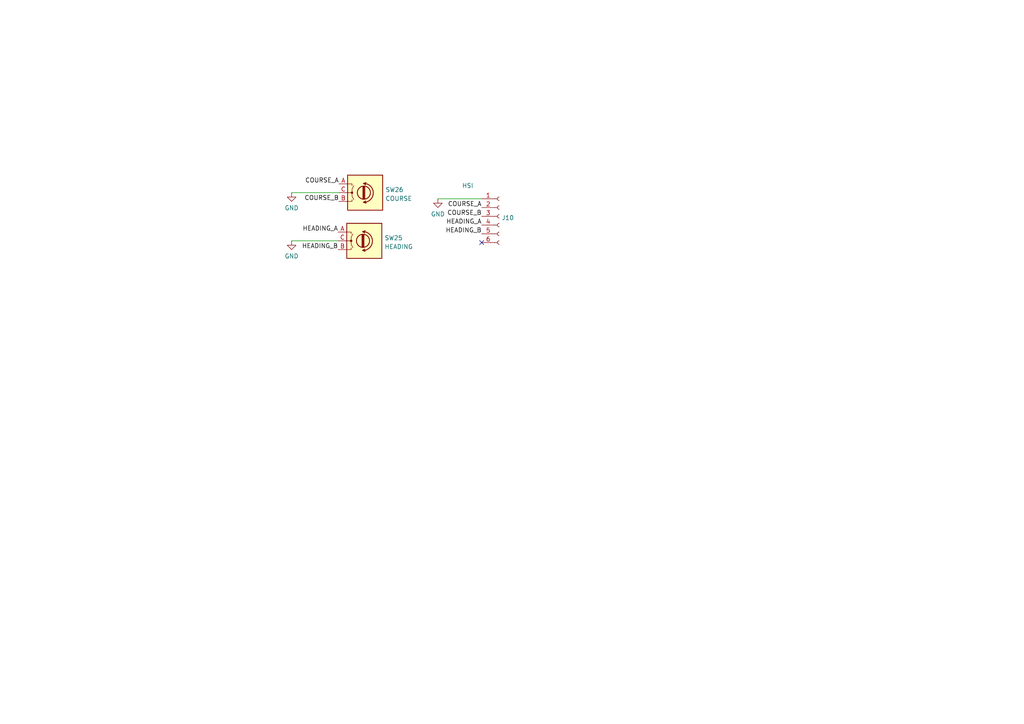
<source format=kicad_sch>
(kicad_sch (version 20211123) (generator eeschema)
  (paper "A4")
  (lib_symbols
    (symbol "Connector:Conn_01x06_Female" (pin_names (offset 1.016) hide)
      (property "Reference" "J" (at 0 7.62 0))
      (property "Value" "Conn_01x06_Female" (at 0 -10.16 0))
      (symbol "Conn_01x06_Female_1_1"
        (arc (start 0 -7.112) (mid -0.508 -7.62) (end 0 -8.128) (stroke (width 0.1524)))
        (arc (start 0 -4.572) (mid -0.508 -5.08) (end 0 -5.588) (stroke (width 0.1524)))
        (arc (start 0 -2.032) (mid -0.508 -2.54) (end 0 -3.048) (stroke (width 0.1524)))
        (polyline (pts (xy -1.27 -7.62) (xy -0.508 -7.62)) (stroke (width 0.1524)))
        (polyline (pts (xy -1.27 -5.08) (xy -0.508 -5.08)) (stroke (width 0.1524)))
        (polyline (pts (xy -1.27 -2.54) (xy -0.508 -2.54)) (stroke (width 0.1524)))
        (polyline (pts (xy -1.27 0) (xy -0.508 0)) (stroke (width 0.1524)))
        (polyline (pts (xy -1.27 2.54) (xy -0.508 2.54)) (stroke (width 0.1524)))
        (polyline (pts (xy -1.27 5.08) (xy -0.508 5.08)) (stroke (width 0.1524)))
        (arc (start 0 0.508) (mid -0.508 0) (end 0 -0.508) (stroke (width 0.1524)))
        (arc (start 0 3.048) (mid -0.508 2.54) (end 0 2.032) (stroke (width 0.1524)))
        (arc (start 0 5.588) (mid -0.508 5.08) (end 0 4.572) (stroke (width 0.1524)))
        (pin passive line (at -5.08 5.08 0) (length 3.81) (name "Pin_1") (number "1"))
        (pin passive line (at -5.08 2.54 0) (length 3.81) (name "Pin_2") (number "2"))
        (pin passive line (at -5.08 0 0) (length 3.81) (name "Pin_3") (number "3"))
        (pin passive line (at -5.08 -2.54 0) (length 3.81) (name "Pin_4") (number "4"))
        (pin passive line (at -5.08 -5.08 0) (length 3.81) (name "Pin_5") (number "5"))
        (pin passive line (at -5.08 -7.62 0) (length 3.81) (name "Pin_6") (number "6"))
      )
    )
    (symbol "Device:RotaryEncoder" (pin_names (offset 0.254) hide)
      (property "Reference" "SW" (at 0 6.604 0))
      (property "Value" "RotaryEncoder" (at 0 -6.604 0))
      (symbol "RotaryEncoder_0_1"
        (rectangle (start -5.08 5.08) (end 5.08 -5.08) (stroke (width 0.254)) (fill (type background)))
        (circle (center -3.81 0) (radius 0.254) (fill (type outline)))
        (arc (start -0.381 -2.794) (mid 2.3622 -0.0508) (end -0.381 2.667) (stroke (width 0.254)))
        (circle (center -0.381 0) (radius 1.905) (stroke (width 0.254)))
        (polyline (pts (xy -0.635 -1.778) (xy -0.635 1.778)) (stroke (width 0.254)))
        (polyline (pts (xy -0.381 -1.778) (xy -0.381 1.778)) (stroke (width 0.254)))
        (polyline (pts (xy -0.127 1.778) (xy -0.127 -1.778)) (stroke (width 0.254)))
        (polyline (pts (xy -5.08 -2.54) (xy -3.81 -2.54) (xy -3.81 -2.032)))
        (polyline (pts (xy -5.08 2.54) (xy -3.81 2.54) (xy -3.81 2.032)))
        (polyline (pts (xy 0.254 -3.048) (xy -0.508 -2.794) (xy 0.127 -2.413)) (stroke (width 0.254)))
        (polyline (pts (xy 0.254 2.921) (xy -0.508 2.667) (xy 0.127 2.286)) (stroke (width 0.254)))
        (polyline (pts (xy -5.08 0) (xy -3.81 0) (xy -3.81 -1.016) (xy -3.302 -2.032)))
        (polyline (pts (xy -4.318 0) (xy -3.81 0) (xy -3.81 1.016) (xy -3.302 2.032)))
      )
      (symbol "RotaryEncoder_1_1"
        (pin passive line (at -7.62 2.54 0) (length 2.54) (name "A") (number "A"))
        (pin passive line (at -7.62 -2.54 0) (length 2.54) (name "B") (number "B"))
        (pin passive line (at -7.62 0 0) (length 2.54) (name "C") (number "C"))
      )
    )
    (symbol "power:GND" (power) (pin_names (offset 0))
      (property "Value" "GND" (at 0 -3.81 0))
      (symbol "GND_0_1"
        (polyline (pts (xy 0 0) (xy 0 -1.27) (xy 1.27 -1.27) (xy 0 -2.54) (xy -1.27 -1.27) (xy 0 -1.27)))
      )
      (symbol "GND_1_1"
        (pin power_in line (at 0 0 270) (length 0) hide (name "GND") (number "1"))
      )
    )
  )
  (no_connect (at 139.7 70.358))
  (wire (pts (xy 84.582 55.88) (xy 98.298 55.88)))
  (wire (pts (xy 84.582 69.85) (xy 98.044 69.85)))
  (wire (pts (xy 127 57.658) (xy 139.7 57.658)))
  (label "COURSE_A" (at 139.7 60.198 180))
  (label "HEADING_A" (at 139.7 65.278 180))
  (label "HEADING_B" (at 98.044 72.39 180))
  (label "HEADING_B" (at 139.7 67.818 180))
  (label "HEADING_A" (at 98.044 67.31 180))
  (label "COURSE_B" (at 139.7 62.738 180))
  (label "COURSE_A" (at 98.298 53.34 180))
  (label "COURSE_B" (at 98.298 58.42 180))
  (symbol (lib_id "power:GND") (at 84.582 69.85 0) (unit 1)
    (property "Reference" "#PWR02" (effects hide))
    (property "Value" "GND" (at 84.582 74.2934 0))
  )
  (symbol (lib_id "Connector:Conn_01x06_Female") (at 144.78 62.738 0) (unit 1)
    (property "Reference" "J10" (at 145.4912 63.1733 0) (effects (justify left)))
    (property "Value" "HSI" (at 133.985 53.848 0) (effects (justify left)))
    (property "Footprint" "Connector_Molex:Molex_KK-254_AE-6410-06A_1x06_P2.54mm_Vertical" (effects hide))
  )
  (symbol (lib_id "power:GND") (at 84.582 55.88 0) (unit 1)
    (property "Reference" "#PWR01" (effects hide))
    (property "Value" "GND" (at 84.582 60.3234 0))
  )
  (symbol (lib_id "Device:RotaryEncoder") (at 105.918 55.88 0) (unit 1)
    (property "Reference" "SW26" (at 111.76 55.0453 0) (effects (justify left)))
    (property "Value" "COURSE" (at 111.76 57.5822 0) (effects (justify left)))
    (property "Footprint" "Connector_Molex:Molex_KK-254_AE-6410-03A_1x03_P2.54mm_Vertical" (effects hide))
  )
  (symbol (lib_id "Device:RotaryEncoder") (at 105.664 69.85 0) (unit 1)
    (property "Reference" "SW25" (at 111.506 69.0153 0) (effects (justify left)))
    (property "Value" "HEADING" (at 111.506 71.5522 0) (effects (justify left)))
    (property "Footprint" "Connector_Molex:Molex_KK-254_AE-6410-03A_1x03_P2.54mm_Vertical" (effects hide))
  )
  (symbol (lib_id "power:GND") (at 127 57.658 0) (unit 1)
    (property "Reference" "#PWR03" (effects hide))
    (property "Value" "GND" (at 127 62.1014 0))
  )
)
</source>
